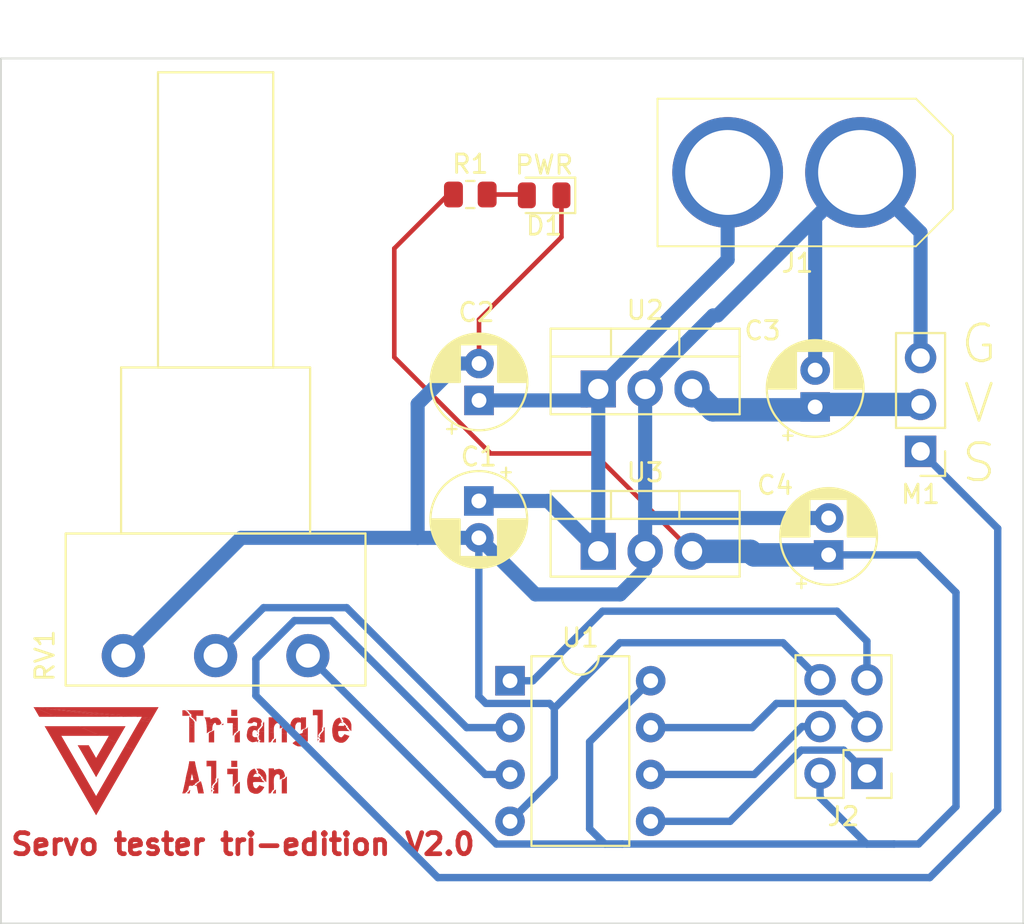
<source format=kicad_pcb>
(kicad_pcb (version 20211014) (generator pcbnew)
  (layers (0 "F.Cu" signal) (31 "B.Cu" signal) (34 "B.Paste" user) (35 "F.Paste" user) (36 "B.SilkS" user "B.Silkscreen") (37 "F.SilkS" user "F.Silkscreen") (38 "B.Mask" user) (39 "F.Mask" user) (44 "Edge.Cuts" user))
  (net 0 "")
  (net 1 "+BATT")
  (net 2 "GNDPWR")
  (net 3 "MISO")
  (net 4 "+5V")
  (net 5 "SCK")
  (net 6 "MOSI")
  (net 7 "RESET")
  (net 8 "servo")
  (net 9 "+6V")
  (net 10 "VR")
  (net 11 "Net-(D1-Pad2)")
  (footprint "Capacitor_THT:CP_Radial_D5.0mm_P2.00mm" (layer "F.Cu") (at 128.15 89.474888 -90)
    (fp_text reference "C1")
    (fp_text value "C_Polarized_Small")
  )
  (footprint "tri_power:XT60_vertical_female" (layer "F.Cu") (at 144.83 65.67 180)
    (fp_text reference "J1")
    (fp_text value "XT60")
  )
  (footprint "Potentiometer_THT:Potentiometer_Piher_PC-16_Single_Horizontal" (layer "F.Cu") (at 118.89 97.86 90)
    (fp_text reference "RV1")
    (fp_text value "R_Potentiometer_US")
  )
  (footprint "Capacitor_THT:CP_Radial_D5.0mm_P2.00mm" (layer "F.Cu") (at 128.16 84.025113 90)
    (fp_text reference "C2")
    (fp_text value "C_Polarized_Small")
  )
  (footprint "Resistor_SMD:R_0805_2012Metric" (layer "F.Cu") (at 127.6875 72.865)
    (fp_text reference "R1")
    (fp_text value "R")
  )
  (footprint "tri_symbol:triangle_sym1 copper" (layer "F.Cu") (at 112.64 103.58)
    (fp_text reference "REF**" hide)
    (fp_text value "triangle_sym1 copper" hide)
  )
  (footprint "Package_DIP:DIP-8_W7.62mm" (layer "F.Cu") (at 129.84 99.22)
    (fp_text reference "U1")
    (fp_text value "ATtiny85-20P")
  )
  (footprint "LED_SMD:LED_0805_2012Metric" (layer "F.Cu") (at 131.6875 72.91 180)
    (fp_text reference "D1")
    (fp_text value "PWR")
  )
  (footprint "Connector_PinHeader_2.54mm:PinHeader_2x03_P2.54mm_Vertical" (layer "F.Cu") (at 149.175 104.245 180)
    (fp_text reference "J2")
    (fp_text value "AVR-ISP-6")
  )
  (footprint "Package_TO_SOT_THT:TO-220-3_Vertical" (layer "F.Cu") (at 134.62 92.205)
    (fp_text reference "U3")
    (fp_text value "LM7805_TO220")
  )
  (footprint "Connector_PinHeader_2.54mm:PinHeader_1x03_P2.54mm_Vertical" (layer "F.Cu") (at 152.08 86.785 180)
    (fp_text reference "M1")
    (fp_text value "Motor_Servo")
  )
  (footprint "Package_TO_SOT_THT:TO-220-3_Vertical" (layer "F.Cu") (at 134.62 83.405)
    (fp_text reference "U2")
    (fp_text value "LM7806_TO220")
  )
  (footprint "Capacitor_THT:CP_Radial_D5.0mm_P2.00mm" (layer "F.Cu") (at 147.1 92.4 90)
    (fp_text reference "C4")
    (fp_text value "C_Polarized_Small")
  )
  (footprint "Capacitor_THT:CP_Radial_D5.0mm_P2.00mm" (layer "F.Cu") (at 146.37 84.38 90)
    (fp_text reference "C3")
    (fp_text value "C_Polarized_Small")
  )
  (gr_rect (start 102.26 65.49) (end 157.65 112.38) (layer "Edge.Cuts") (width 0.1) (fill none))
  (gr_text "Servo tester tri-edition V2.0" (at 115.37 108.08) (layer "F.Cu") (effects (font (size 1.143 1.143) (thickness 0.254))))
  (gr_text "G\nV\nS" (at 155.24 84.18) (layer "F.SilkS") (effects (font (size 2 2))))
  (segment (start 128.15 89.474888) (end 131.889888 89.474888) (width 0.762) (layer "B.Cu") (net 1))
  (segment (start 131.889888 89.474888) (end 134.62 92.205) (width 0.762) (layer "B.Cu") (net 1))
  (segment (start 141.63 76.395) (end 134.62 83.405) (width 0.762) (layer "B.Cu") (net 1))
  (segment (start 134.62 92.205) (end 134.62 83.405) (width 0.762) (layer "B.Cu") (net 1))
  (segment (start 133.999887 84.025113) (end 134.62 83.405) (width 0.762) (layer "B.Cu") (net 1))
  (segment (start 141.63 71.67) (end 141.63 76.395) (width 0.762) (layer "B.Cu") (net 1))
  (segment (start 128.16 84.025113) (end 133.999887 84.025113) (width 0.762) (layer "B.Cu") (net 1))
  (segment (start 128.16 79.64) (end 128.16 82.025113) (width 0.25) (layer "F.Cu") (net 2))
  (segment (start 132.625 72.91) (end 132.625 75.175) (width 0.25) (layer "F.Cu") (net 2))
  (segment (start 132.625 75.175) (end 128.16 79.64) (width 0.25) (layer "F.Cu") (net 2))
  (segment (start 137.16 90.41) (end 137.16 83.405) (width 0.762) (layer "B.Cu") (net 2))
  (segment (start 128.16 82.025113) (end 127.02863 82.025113) (width 0.762) (layer "B.Cu") (net 2))
  (segment (start 132.24 104.44) (end 132.24 100.71) (width 0.4) (layer "B.Cu") (net 2))
  (segment (start 128.529633 100.449633) (end 128.15 100.07) (width 0.4) (layer "B.Cu") (net 2))
  (segment (start 137.16 92.53) (end 137.16 92.205) (width 0.4) (layer "B.Cu") (net 2))
  (segment (start 124.834888 84.218855) (end 124.834888 91.474888) (width 0.762) (layer "B.Cu") (net 2))
  (segment (start 132.24 100.71) (end 135.79 97.16) (width 0.4) (layer "B.Cu") (net 2))
  (segment (start 135.81 94.54) (end 137.16 93.19) (width 0.762) (layer "B.Cu") (net 2))
  (segment (start 146.37 74.13) (end 148.83 71.67) (width 0.762) (layer "B.Cu") (net 2))
  (segment (start 131.979633 100.449633) (end 128.529633 100.449633) (width 0.4) (layer "B.Cu") (net 2))
  (segment (start 128.15 91.474888) (end 131.215112 94.54) (width 0.762) (layer "B.Cu") (net 2))
  (segment (start 137.16 92.205) (end 137.16 90.41) (width 0.762) (layer "B.Cu") (net 2))
  (segment (start 115.275112 91.474888) (end 124.834888 91.474888) (width 0.762) (layer "B.Cu") (net 2))
  (segment (start 137.16 83.1) (end 140.84 79.42) (width 0.762) (layer "B.Cu") (net 2))
  (segment (start 137.17 90.4) (end 137.16 90.41) (width 0.762) (layer "B.Cu") (net 2))
  (segment (start 132.24 100.71) (end 131.979633 100.449633) (width 0.4) (layer "B.Cu") (net 2))
  (segment (start 140.84 79.42) (end 141.08 79.42) (width 0.762) (layer "B.Cu") (net 2))
  (segment (start 152.08 81.705) (end 152.08 74.92) (width 0.762) (layer "B.Cu") (net 2))
  (segment (start 137.16 93.19) (end 137.16 92.53) (width 0.762) (layer "B.Cu") (net 2))
  (segment (start 146.37 82.38) (end 146.37 74.13) (width 0.762) (layer "B.Cu") (net 2))
  (segment (start 128.15 100.07) (end 128.15 91.474888) (width 0.4) (layer "B.Cu") (net 2))
  (segment (start 124.834888 91.474888) (end 128.15 91.474888) (width 0.762) (layer "B.Cu") (net 2))
  (segment (start 144.63 97.16) (end 146.635 99.165) (width 0.4) (layer "B.Cu") (net 2))
  (segment (start 135.79 97.16) (end 144.63 97.16) (width 0.4) (layer "B.Cu") (net 2))
  (segment (start 141.08 79.42) (end 148.83 71.67) (width 0.762) (layer "B.Cu") (net 2))
  (segment (start 127.02863 82.025113) (end 124.834888 84.218855) (width 0.762) (layer "B.Cu") (net 2))
  (segment (start 152.08 74.92) (end 148.83 71.67) (width 0.762) (layer "B.Cu") (net 2))
  (segment (start 137.16 83.405) (end 137.16 83.1) (width 0.4) (layer "B.Cu") (net 2))
  (segment (start 131.215112 94.54) (end 135.81 94.54) (width 0.762) (layer "B.Cu") (net 2))
  (segment (start 129.84 106.84) (end 132.24 104.44) (width 0.4) (layer "B.Cu") (net 2))
  (segment (start 108.89 97.86) (end 115.275112 91.474888) (width 0.762) (layer "B.Cu") (net 2))
  (segment (start 147.1 90.4) (end 137.17 90.4) (width 0.762) (layer "B.Cu") (net 2))
  (segment (start 145.665 101.705) (end 143.07 104.3) (width 0.4) (layer "B.Cu") (net 3))
  (segment (start 146.635 101.705) (end 145.665 101.705) (width 0.4) (layer "B.Cu") (net 3))
  (segment (start 143.07 104.3) (end 137.46 104.3) (width 0.4) (layer "B.Cu") (net 3))
  (segment (start 123.57 81.683715) (end 128.786285 86.9) (width 0.25) (layer "F.Cu") (net 4))
  (segment (start 126.775 72.865) (end 126.495 72.865) (width 0.25) (layer "F.Cu") (net 4))
  (segment (start 134.395 86.9) (end 139.7 92.205) (width 0.25) (layer "F.Cu") (net 4))
  (segment (start 123.57 75.79) (end 123.57 81.683715) (width 0.25) (layer "F.Cu") (net 4))
  (segment (start 126.495 72.865) (end 123.57 75.79) (width 0.25) (layer "F.Cu") (net 4))
  (segment (start 128.786285 86.9) (end 134.395 86.9) (width 0.25) (layer "F.Cu") (net 4))
  (segment (start 134.15 102.53) (end 134.15 107.24) (width 0.4) (layer "B.Cu") (net 4))
  (segment (start 134.98 108.07) (end 135.93 108.07) (width 0.4) (layer "B.Cu") (net 4))
  (segment (start 150.65 108.07) (end 149.16 108.07) (width 0.4) (layer "B.Cu") (net 4))
  (segment (start 143.06 92.4) (end 147.1 92.4) (width 1.27) (layer "B.Cu") (net 4))
  (segment (start 137.46 99.22) (end 134.15 102.53) (width 0.4) (layer "B.Cu") (net 4))
  (segment (start 147.1 92.4) (end 151.96 92.4) (width 0.4) (layer "B.Cu") (net 4))
  (segment (start 139.7 92.205) (end 142.865 92.205) (width 1.27) (layer "B.Cu") (net 4))
  (segment (start 154 106.04) (end 151.97 108.07) (width 0.4) (layer "B.Cu") (net 4))
  (segment (start 146.635 105.545) (end 146.635 104.245) (width 0.4) (layer "B.Cu") (net 4))
  (segment (start 149.16 108.07) (end 146.635 105.545) (width 0.4) (layer "B.Cu") (net 4))
  (segment (start 151.96 92.4) (end 154 94.44) (width 0.4) (layer "B.Cu") (net 4))
  (segment (start 151.97 108.07) (end 150.65 108.07) (width 0.4) (layer "B.Cu") (net 4))
  (segment (start 118.89 97.86) (end 129.1 108.07) (width 0.4) (layer "B.Cu") (net 4))
  (segment (start 135.93 108.07) (end 150.65 108.07) (width 0.4) (layer "B.Cu") (net 4))
  (segment (start 142.865 92.205) (end 143.06 92.4) (width 1.27) (layer "B.Cu") (net 4))
  (segment (start 154 94.44) (end 154 106.04) (width 0.4) (layer "B.Cu") (net 4))
  (segment (start 129.1 108.07) (end 135.93 108.07) (width 0.4) (layer "B.Cu") (net 4))
  (segment (start 134.15 107.24) (end 134.98 108.07) (width 0.4) (layer "B.Cu") (net 4))
  (segment (start 147.92 100.45) (end 149.175 101.705) (width 0.4) (layer "B.Cu") (net 5))
  (segment (start 137.46 101.76) (end 142.96 101.76) (width 0.4) (layer "B.Cu") (net 5))
  (segment (start 142.96 101.76) (end 144.27 100.45) (width 0.4) (layer "B.Cu") (net 5))
  (segment (start 144.27 100.45) (end 147.92 100.45) (width 0.4) (layer "B.Cu") (net 5))
  (segment (start 147.91 102.98) (end 145.62 102.98) (width 0.4) (layer "B.Cu") (net 6))
  (segment (start 149.175 104.245) (end 147.91 102.98) (width 0.4) (layer "B.Cu") (net 6))
  (segment (start 145.62 102.98) (end 141.76 106.84) (width 0.4) (layer "B.Cu") (net 6))
  (segment (start 141.76 106.84) (end 137.46 106.84) (width 0.4) (layer "B.Cu") (net 6))
  (segment (start 149.175 97.075) (end 149.175 99.165) (width 0.4) (layer "B.Cu") (net 7))
  (segment (start 147.55 95.45) (end 149.175 97.075) (width 0.4) (layer "B.Cu") (net 7))
  (segment (start 134.85 95.45) (end 147.55 95.45) (width 0.4) (layer "B.Cu") (net 7))
  (segment (start 131.08 99.22) (end 134.85 95.45) (width 0.4) (layer "B.Cu") (net 7))
  (segment (start 129.84 99.22) (end 131.08 99.22) (width 0.4) (layer "B.Cu") (net 7))
  (segment (start 129.84 104.3) (end 128.5 104.3) (width 0.4) (layer "B.Cu") (net 8))
  (segment (start 128.5 104.3) (end 120.16 95.96) (width 0.4) (layer "B.Cu") (net 8))
  (segment (start 156.26 90.965) (end 155.2025 89.9075) (width 0.4) (layer "B.Cu") (net 8))
  (segment (start 116.07 98.05) (end 116.07 100.03) (width 0.4) (layer "B.Cu") (net 8))
  (segment (start 152.58 109.89) (end 156.26 106.21) (width 0.4) (layer "B.Cu") (net 8))
  (segment (start 156.26 106.21) (end 156.26 90.965) (width 0.4) (layer "B.Cu") (net 8))
  (segment (start 155.2025 89.9075) (end 152.08 86.785) (width 0.4) (layer "B.Cu") (net 8))
  (segment (start 125.93 109.89) (end 152.58 109.89) (width 0.4) (layer "B.Cu") (net 8))
  (segment (start 118.16 95.96) (end 116.07 98.05) (width 0.4) (layer "B.Cu") (net 8))
  (segment (start 120.16 95.96) (end 118.16 95.96) (width 0.4) (layer "B.Cu") (net 8))
  (segment (start 116.07 100.03) (end 125.93 109.89) (width 0.4) (layer "B.Cu") (net 8))
  (segment (start 140.830113 84.535113) (end 146.214887 84.535113) (width 1.27) (layer "B.Cu") (net 9))
  (segment (start 152.08 84.245) (end 146.505 84.245) (width 1.27) (layer "B.Cu") (net 9))
  (segment (start 146.214887 84.535113) (end 146.37 84.38) (width 1.27) (layer "B.Cu") (net 9))
  (segment (start 139.7 83.405) (end 140.830113 84.535113) (width 1.27) (layer "B.Cu") (net 9))
  (segment (start 146.505 84.245) (end 146.37 84.38) (width 1.27) (layer "B.Cu") (net 9))
  (segment (start 113.89 97.86) (end 116.49 95.26) (width 0.4) (layer "B.Cu") (net 10))
  (segment (start 127.49 101.76) (end 129.84 101.76) (width 0.4) (layer "B.Cu") (net 10))
  (segment (start 120.99 95.26) (end 127.49 101.76) (width 0.4) (layer "B.Cu") (net 10))
  (segment (start 116.49 95.26) (end 120.99 95.26) (width 0.4) (layer "B.Cu") (net 10))
  (segment (start 130.705 72.865) (end 130.75 72.91) (width 0.25) (layer "F.Cu") (net 11))
  (segment (start 128.6 72.865) (end 130.705 72.865) (width 0.25) (layer "F.Cu") (net 11))
)
</source>
